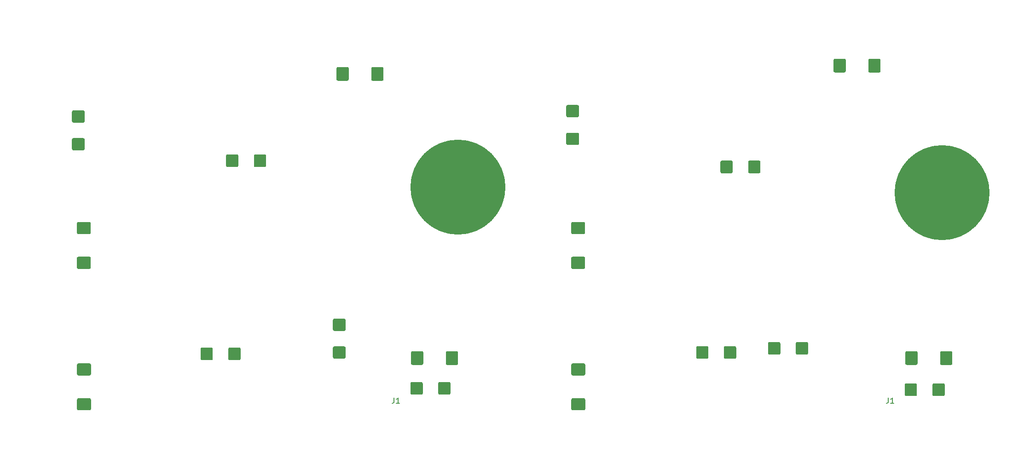
<source format=gbr>
%TF.GenerationSoftware,KiCad,Pcbnew,(5.1.9)-1*%
%TF.CreationDate,2021-11-28T20:19:45-05:00*%
%TF.ProjectId,Combined branches,436f6d62-696e-4656-9420-6272616e6368,rev?*%
%TF.SameCoordinates,Original*%
%TF.FileFunction,Paste,Bot*%
%TF.FilePolarity,Positive*%
%FSLAX46Y46*%
G04 Gerber Fmt 4.6, Leading zero omitted, Abs format (unit mm)*
G04 Created by KiCad (PCBNEW (5.1.9)-1) date 2021-11-28 20:19:45*
%MOMM*%
%LPD*%
G01*
G04 APERTURE LIST*
%ADD10C,0.150000*%
%ADD11C,17.500000*%
G04 APERTURE END LIST*
%TO.C,J1*%
D10*
X156892666Y-132548380D02*
X156892666Y-133262666D01*
X156845047Y-133405523D01*
X156749809Y-133500761D01*
X156606952Y-133548380D01*
X156511714Y-133548380D01*
X157892666Y-133548380D02*
X157321238Y-133548380D01*
X157606952Y-133548380D02*
X157606952Y-132548380D01*
X157511714Y-132691238D01*
X157416476Y-132786476D01*
X157321238Y-132834095D01*
X247824666Y-132548380D02*
X247824666Y-133262666D01*
X247777047Y-133405523D01*
X247681809Y-133500761D01*
X247538952Y-133548380D01*
X247443714Y-133548380D01*
X248824666Y-133548380D02*
X248253238Y-133548380D01*
X248538952Y-133548380D02*
X248538952Y-132548380D01*
X248443714Y-132691238D01*
X248348476Y-132786476D01*
X248253238Y-132834095D01*
%TD*%
D11*
%TO.C,BT1*%
X168656000Y-93726000D03*
%TD*%
%TO.C,C19*%
G36*
G01*
X145886999Y-123091000D02*
X147737001Y-123091000D01*
G75*
G02*
X147987000Y-123340999I0J-249999D01*
G01*
X147987000Y-125091001D01*
G75*
G02*
X147737001Y-125341000I-249999J0D01*
G01*
X145886999Y-125341000D01*
G75*
G02*
X145637000Y-125091001I0J249999D01*
G01*
X145637000Y-123340999D01*
G75*
G02*
X145886999Y-123091000I249999J0D01*
G01*
G37*
G36*
G01*
X145886999Y-117991000D02*
X147737001Y-117991000D01*
G75*
G02*
X147987000Y-118240999I0J-249999D01*
G01*
X147987000Y-119991001D01*
G75*
G02*
X147737001Y-120241000I-249999J0D01*
G01*
X145886999Y-120241000D01*
G75*
G02*
X145637000Y-119991001I0J249999D01*
G01*
X145637000Y-118240999D01*
G75*
G02*
X145886999Y-117991000I249999J0D01*
G01*
G37*
%TD*%
%TO.C,C17*%
G36*
G01*
X123543000Y-123534999D02*
X123543000Y-125385001D01*
G75*
G02*
X123293001Y-125635000I-249999J0D01*
G01*
X121542999Y-125635000D01*
G75*
G02*
X121293000Y-125385001I0J249999D01*
G01*
X121293000Y-123534999D01*
G75*
G02*
X121542999Y-123285000I249999J0D01*
G01*
X123293001Y-123285000D01*
G75*
G02*
X123543000Y-123534999I0J-249999D01*
G01*
G37*
G36*
G01*
X128643000Y-123534999D02*
X128643000Y-125385001D01*
G75*
G02*
X128393001Y-125635000I-249999J0D01*
G01*
X126642999Y-125635000D01*
G75*
G02*
X126393000Y-125385001I0J249999D01*
G01*
X126393000Y-123534999D01*
G75*
G02*
X126642999Y-123285000I249999J0D01*
G01*
X128393001Y-123285000D01*
G75*
G02*
X128643000Y-123534999I0J-249999D01*
G01*
G37*
%TD*%
%TO.C,C15*%
G36*
G01*
X100847001Y-102421000D02*
X98796999Y-102421000D01*
G75*
G02*
X98547000Y-102171001I0J249999D01*
G01*
X98547000Y-100420999D01*
G75*
G02*
X98796999Y-100171000I249999J0D01*
G01*
X100847001Y-100171000D01*
G75*
G02*
X101097000Y-100420999I0J-249999D01*
G01*
X101097000Y-102171001D01*
G75*
G02*
X100847001Y-102421000I-249999J0D01*
G01*
G37*
G36*
G01*
X100847001Y-108821000D02*
X98796999Y-108821000D01*
G75*
G02*
X98547000Y-108571001I0J249999D01*
G01*
X98547000Y-106820999D01*
G75*
G02*
X98796999Y-106571000I249999J0D01*
G01*
X100847001Y-106571000D01*
G75*
G02*
X101097000Y-106820999I0J-249999D01*
G01*
X101097000Y-108571001D01*
G75*
G02*
X100847001Y-108821000I-249999J0D01*
G01*
G37*
%TD*%
%TO.C,C12*%
G36*
G01*
X152697000Y-73923001D02*
X152697000Y-71872999D01*
G75*
G02*
X152946999Y-71623000I249999J0D01*
G01*
X154697001Y-71623000D01*
G75*
G02*
X154947000Y-71872999I0J-249999D01*
G01*
X154947000Y-73923001D01*
G75*
G02*
X154697001Y-74173000I-249999J0D01*
G01*
X152946999Y-74173000D01*
G75*
G02*
X152697000Y-73923001I0J249999D01*
G01*
G37*
G36*
G01*
X146297000Y-73923001D02*
X146297000Y-71872999D01*
G75*
G02*
X146546999Y-71623000I249999J0D01*
G01*
X148297001Y-71623000D01*
G75*
G02*
X148547000Y-71872999I0J-249999D01*
G01*
X148547000Y-73923001D01*
G75*
G02*
X148297001Y-74173000I-249999J0D01*
G01*
X146546999Y-74173000D01*
G75*
G02*
X146297000Y-73923001I0J249999D01*
G01*
G37*
%TD*%
%TO.C,C18*%
G36*
G01*
X131092000Y-89825001D02*
X131092000Y-87974999D01*
G75*
G02*
X131341999Y-87725000I249999J0D01*
G01*
X133092001Y-87725000D01*
G75*
G02*
X133342000Y-87974999I0J-249999D01*
G01*
X133342000Y-89825001D01*
G75*
G02*
X133092001Y-90075000I-249999J0D01*
G01*
X131341999Y-90075000D01*
G75*
G02*
X131092000Y-89825001I0J249999D01*
G01*
G37*
G36*
G01*
X125992000Y-89825001D02*
X125992000Y-87974999D01*
G75*
G02*
X126241999Y-87725000I249999J0D01*
G01*
X127992001Y-87725000D01*
G75*
G02*
X128242000Y-87974999I0J-249999D01*
G01*
X128242000Y-89825001D01*
G75*
G02*
X127992001Y-90075000I-249999J0D01*
G01*
X126241999Y-90075000D01*
G75*
G02*
X125992000Y-89825001I0J249999D01*
G01*
G37*
%TD*%
%TO.C,C16*%
G36*
G01*
X97880999Y-84737000D02*
X99731001Y-84737000D01*
G75*
G02*
X99981000Y-84986999I0J-249999D01*
G01*
X99981000Y-86737001D01*
G75*
G02*
X99731001Y-86987000I-249999J0D01*
G01*
X97880999Y-86987000D01*
G75*
G02*
X97631000Y-86737001I0J249999D01*
G01*
X97631000Y-84986999D01*
G75*
G02*
X97880999Y-84737000I249999J0D01*
G01*
G37*
G36*
G01*
X97880999Y-79637000D02*
X99731001Y-79637000D01*
G75*
G02*
X99981000Y-79886999I0J-249999D01*
G01*
X99981000Y-81637001D01*
G75*
G02*
X99731001Y-81887000I-249999J0D01*
G01*
X97880999Y-81887000D01*
G75*
G02*
X97631000Y-81637001I0J249999D01*
G01*
X97631000Y-79886999D01*
G75*
G02*
X97880999Y-79637000I249999J0D01*
G01*
G37*
%TD*%
%TO.C,C14*%
G36*
G01*
X100872001Y-128456000D02*
X98821999Y-128456000D01*
G75*
G02*
X98572000Y-128206001I0J249999D01*
G01*
X98572000Y-126455999D01*
G75*
G02*
X98821999Y-126206000I249999J0D01*
G01*
X100872001Y-126206000D01*
G75*
G02*
X101122000Y-126455999I0J-249999D01*
G01*
X101122000Y-128206001D01*
G75*
G02*
X100872001Y-128456000I-249999J0D01*
G01*
G37*
G36*
G01*
X100872001Y-134856000D02*
X98821999Y-134856000D01*
G75*
G02*
X98572000Y-134606001I0J249999D01*
G01*
X98572000Y-132855999D01*
G75*
G02*
X98821999Y-132606000I249999J0D01*
G01*
X100872001Y-132606000D01*
G75*
G02*
X101122000Y-132855999I0J-249999D01*
G01*
X101122000Y-134606001D01*
G75*
G02*
X100872001Y-134856000I-249999J0D01*
G01*
G37*
%TD*%
%TO.C,C13*%
G36*
G01*
X165011000Y-131735001D02*
X165011000Y-129884999D01*
G75*
G02*
X165260999Y-129635000I249999J0D01*
G01*
X167011001Y-129635000D01*
G75*
G02*
X167261000Y-129884999I0J-249999D01*
G01*
X167261000Y-131735001D01*
G75*
G02*
X167011001Y-131985000I-249999J0D01*
G01*
X165260999Y-131985000D01*
G75*
G02*
X165011000Y-131735001I0J249999D01*
G01*
G37*
G36*
G01*
X159911000Y-131735001D02*
X159911000Y-129884999D01*
G75*
G02*
X160160999Y-129635000I249999J0D01*
G01*
X161911001Y-129635000D01*
G75*
G02*
X162161000Y-129884999I0J-249999D01*
G01*
X162161000Y-131735001D01*
G75*
G02*
X161911001Y-131985000I-249999J0D01*
G01*
X160160999Y-131985000D01*
G75*
G02*
X159911000Y-131735001I0J249999D01*
G01*
G37*
%TD*%
%TO.C,C11*%
G36*
G01*
X166413000Y-126247001D02*
X166413000Y-124196999D01*
G75*
G02*
X166662999Y-123947000I249999J0D01*
G01*
X168413001Y-123947000D01*
G75*
G02*
X168663000Y-124196999I0J-249999D01*
G01*
X168663000Y-126247001D01*
G75*
G02*
X168413001Y-126497000I-249999J0D01*
G01*
X166662999Y-126497000D01*
G75*
G02*
X166413000Y-126247001I0J249999D01*
G01*
G37*
G36*
G01*
X160013000Y-126247001D02*
X160013000Y-124196999D01*
G75*
G02*
X160262999Y-123947000I249999J0D01*
G01*
X162013001Y-123947000D01*
G75*
G02*
X162263000Y-124196999I0J-249999D01*
G01*
X162263000Y-126247001D01*
G75*
G02*
X162013001Y-126497000I-249999J0D01*
G01*
X160262999Y-126497000D01*
G75*
G02*
X160013000Y-126247001I0J249999D01*
G01*
G37*
%TD*%
%TO.C,BT1*%
X257683000Y-94742000D03*
%TD*%
%TO.C,C19*%
G36*
G01*
X230797000Y-124369001D02*
X230797000Y-122518999D01*
G75*
G02*
X231046999Y-122269000I249999J0D01*
G01*
X232797001Y-122269000D01*
G75*
G02*
X233047000Y-122518999I0J-249999D01*
G01*
X233047000Y-124369001D01*
G75*
G02*
X232797001Y-124619000I-249999J0D01*
G01*
X231046999Y-124619000D01*
G75*
G02*
X230797000Y-124369001I0J249999D01*
G01*
G37*
G36*
G01*
X225697000Y-124369001D02*
X225697000Y-122518999D01*
G75*
G02*
X225946999Y-122269000I249999J0D01*
G01*
X227697001Y-122269000D01*
G75*
G02*
X227947000Y-122518999I0J-249999D01*
G01*
X227947000Y-124369001D01*
G75*
G02*
X227697001Y-124619000I-249999J0D01*
G01*
X225946999Y-124619000D01*
G75*
G02*
X225697000Y-124369001I0J249999D01*
G01*
G37*
%TD*%
%TO.C,C18*%
G36*
G01*
X222034000Y-90968001D02*
X222034000Y-89117999D01*
G75*
G02*
X222283999Y-88868000I249999J0D01*
G01*
X224034001Y-88868000D01*
G75*
G02*
X224284000Y-89117999I0J-249999D01*
G01*
X224284000Y-90968001D01*
G75*
G02*
X224034001Y-91218000I-249999J0D01*
G01*
X222283999Y-91218000D01*
G75*
G02*
X222034000Y-90968001I0J249999D01*
G01*
G37*
G36*
G01*
X216934000Y-90968001D02*
X216934000Y-89117999D01*
G75*
G02*
X217183999Y-88868000I249999J0D01*
G01*
X218934001Y-88868000D01*
G75*
G02*
X219184000Y-89117999I0J-249999D01*
G01*
X219184000Y-90968001D01*
G75*
G02*
X218934001Y-91218000I-249999J0D01*
G01*
X217183999Y-91218000D01*
G75*
G02*
X216934000Y-90968001I0J249999D01*
G01*
G37*
%TD*%
%TO.C,C17*%
G36*
G01*
X214719000Y-123280999D02*
X214719000Y-125131001D01*
G75*
G02*
X214469001Y-125381000I-249999J0D01*
G01*
X212718999Y-125381000D01*
G75*
G02*
X212469000Y-125131001I0J249999D01*
G01*
X212469000Y-123280999D01*
G75*
G02*
X212718999Y-123031000I249999J0D01*
G01*
X214469001Y-123031000D01*
G75*
G02*
X214719000Y-123280999I0J-249999D01*
G01*
G37*
G36*
G01*
X219819000Y-123280999D02*
X219819000Y-125131001D01*
G75*
G02*
X219569001Y-125381000I-249999J0D01*
G01*
X217818999Y-125381000D01*
G75*
G02*
X217569000Y-125131001I0J249999D01*
G01*
X217569000Y-123280999D01*
G75*
G02*
X217818999Y-123031000I249999J0D01*
G01*
X219569001Y-123031000D01*
G75*
G02*
X219819000Y-123280999I0J-249999D01*
G01*
G37*
%TD*%
%TO.C,C16*%
G36*
G01*
X188812999Y-83737000D02*
X190663001Y-83737000D01*
G75*
G02*
X190913000Y-83986999I0J-249999D01*
G01*
X190913000Y-85737001D01*
G75*
G02*
X190663001Y-85987000I-249999J0D01*
G01*
X188812999Y-85987000D01*
G75*
G02*
X188563000Y-85737001I0J249999D01*
G01*
X188563000Y-83986999D01*
G75*
G02*
X188812999Y-83737000I249999J0D01*
G01*
G37*
G36*
G01*
X188812999Y-78637000D02*
X190663001Y-78637000D01*
G75*
G02*
X190913000Y-78886999I0J-249999D01*
G01*
X190913000Y-80637001D01*
G75*
G02*
X190663001Y-80887000I-249999J0D01*
G01*
X188812999Y-80887000D01*
G75*
G02*
X188563000Y-80637001I0J249999D01*
G01*
X188563000Y-78886999D01*
G75*
G02*
X188812999Y-78637000I249999J0D01*
G01*
G37*
%TD*%
%TO.C,C15*%
G36*
G01*
X191779001Y-102421000D02*
X189728999Y-102421000D01*
G75*
G02*
X189479000Y-102171001I0J249999D01*
G01*
X189479000Y-100420999D01*
G75*
G02*
X189728999Y-100171000I249999J0D01*
G01*
X191779001Y-100171000D01*
G75*
G02*
X192029000Y-100420999I0J-249999D01*
G01*
X192029000Y-102171001D01*
G75*
G02*
X191779001Y-102421000I-249999J0D01*
G01*
G37*
G36*
G01*
X191779001Y-108821000D02*
X189728999Y-108821000D01*
G75*
G02*
X189479000Y-108571001I0J249999D01*
G01*
X189479000Y-106820999D01*
G75*
G02*
X189728999Y-106571000I249999J0D01*
G01*
X191779001Y-106571000D01*
G75*
G02*
X192029000Y-106820999I0J-249999D01*
G01*
X192029000Y-108571001D01*
G75*
G02*
X191779001Y-108821000I-249999J0D01*
G01*
G37*
%TD*%
%TO.C,C14*%
G36*
G01*
X191804001Y-128456000D02*
X189753999Y-128456000D01*
G75*
G02*
X189504000Y-128206001I0J249999D01*
G01*
X189504000Y-126455999D01*
G75*
G02*
X189753999Y-126206000I249999J0D01*
G01*
X191804001Y-126206000D01*
G75*
G02*
X192054000Y-126455999I0J-249999D01*
G01*
X192054000Y-128206001D01*
G75*
G02*
X191804001Y-128456000I-249999J0D01*
G01*
G37*
G36*
G01*
X191804001Y-134856000D02*
X189753999Y-134856000D01*
G75*
G02*
X189504000Y-134606001I0J249999D01*
G01*
X189504000Y-132855999D01*
G75*
G02*
X189753999Y-132606000I249999J0D01*
G01*
X191804001Y-132606000D01*
G75*
G02*
X192054000Y-132855999I0J-249999D01*
G01*
X192054000Y-134606001D01*
G75*
G02*
X191804001Y-134856000I-249999J0D01*
G01*
G37*
%TD*%
%TO.C,C13*%
G36*
G01*
X255933000Y-131989001D02*
X255933000Y-130138999D01*
G75*
G02*
X256182999Y-129889000I249999J0D01*
G01*
X257933001Y-129889000D01*
G75*
G02*
X258183000Y-130138999I0J-249999D01*
G01*
X258183000Y-131989001D01*
G75*
G02*
X257933001Y-132239000I-249999J0D01*
G01*
X256182999Y-132239000D01*
G75*
G02*
X255933000Y-131989001I0J249999D01*
G01*
G37*
G36*
G01*
X250833000Y-131989001D02*
X250833000Y-130138999D01*
G75*
G02*
X251082999Y-129889000I249999J0D01*
G01*
X252833001Y-129889000D01*
G75*
G02*
X253083000Y-130138999I0J-249999D01*
G01*
X253083000Y-131989001D01*
G75*
G02*
X252833001Y-132239000I-249999J0D01*
G01*
X251082999Y-132239000D01*
G75*
G02*
X250833000Y-131989001I0J249999D01*
G01*
G37*
%TD*%
%TO.C,C12*%
G36*
G01*
X244137000Y-72399001D02*
X244137000Y-70348999D01*
G75*
G02*
X244386999Y-70099000I249999J0D01*
G01*
X246137001Y-70099000D01*
G75*
G02*
X246387000Y-70348999I0J-249999D01*
G01*
X246387000Y-72399001D01*
G75*
G02*
X246137001Y-72649000I-249999J0D01*
G01*
X244386999Y-72649000D01*
G75*
G02*
X244137000Y-72399001I0J249999D01*
G01*
G37*
G36*
G01*
X237737000Y-72399001D02*
X237737000Y-70348999D01*
G75*
G02*
X237986999Y-70099000I249999J0D01*
G01*
X239737001Y-70099000D01*
G75*
G02*
X239987000Y-70348999I0J-249999D01*
G01*
X239987000Y-72399001D01*
G75*
G02*
X239737001Y-72649000I-249999J0D01*
G01*
X237986999Y-72649000D01*
G75*
G02*
X237737000Y-72399001I0J249999D01*
G01*
G37*
%TD*%
%TO.C,C11*%
G36*
G01*
X257345000Y-126247001D02*
X257345000Y-124196999D01*
G75*
G02*
X257594999Y-123947000I249999J0D01*
G01*
X259345001Y-123947000D01*
G75*
G02*
X259595000Y-124196999I0J-249999D01*
G01*
X259595000Y-126247001D01*
G75*
G02*
X259345001Y-126497000I-249999J0D01*
G01*
X257594999Y-126497000D01*
G75*
G02*
X257345000Y-126247001I0J249999D01*
G01*
G37*
G36*
G01*
X250945000Y-126247001D02*
X250945000Y-124196999D01*
G75*
G02*
X251194999Y-123947000I249999J0D01*
G01*
X252945001Y-123947000D01*
G75*
G02*
X253195000Y-124196999I0J-249999D01*
G01*
X253195000Y-126247001D01*
G75*
G02*
X252945001Y-126497000I-249999J0D01*
G01*
X251194999Y-126497000D01*
G75*
G02*
X250945000Y-126247001I0J249999D01*
G01*
G37*
%TD*%
M02*

</source>
